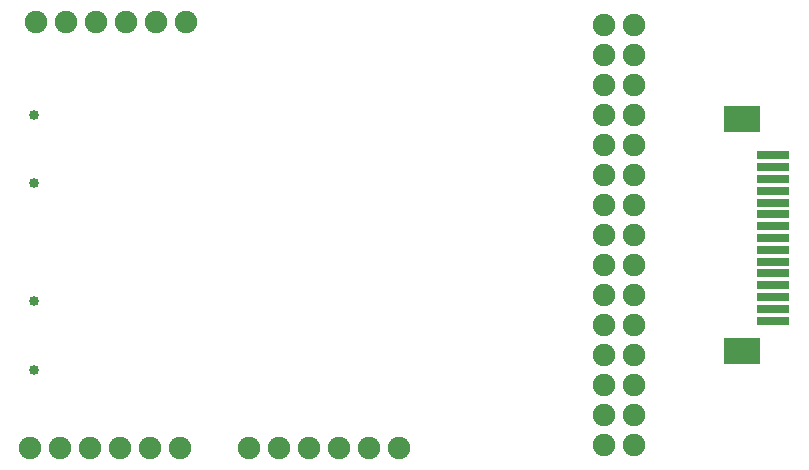
<source format=gbs>
%FSLAX46Y46*%
%MOMM*%
%AMPS12*
21,1,3.100000,2.200000,0.000000,0.000000,180.000000*
%
%ADD12PS12*%
%AMPS11*
21,1,2.740000,0.700000,0.000000,0.000000,180.000000*
%
%ADD11PS11*%
%AMPS13*
1,1,1.900000,0.000000,0.000000*
%
%ADD13PS13*%
%AMPS10*
1,1,1.900000,0.000000,0.000000*
%
%ADD10PS10*%
%AMPS15*
1,1,1.900000,0.000000,0.000000*
%
%ADD15PS15*%
%AMPS14*
1,1,0.850000,0.000000,0.000000*
%
%ADD14PS14*%
G01*
G01*
%LPD*%
G75*
D10*
X-54230000Y-18000000D03*
D10*
X-61850000Y-18000000D03*
D10*
X-59310000Y-18000000D03*
D10*
X-51690000Y-18000000D03*
D10*
X-56770000Y-18000000D03*
D10*
X-49150000Y-18000000D03*
D11*
X1000000Y1750000D03*
D11*
X1000000Y-7250000D03*
D11*
X1000000Y-5250000D03*
D11*
X1000000Y-6250000D03*
D11*
X1000000Y3750000D03*
D12*
X-1600000Y9799986D03*
D11*
X1000000Y6750000D03*
D12*
X-1600000Y-9800014D03*
D11*
X1000000Y750000D03*
D11*
X1000000Y-250000D03*
D11*
X1000000Y5750000D03*
D11*
X1000000Y-2250000D03*
D11*
X1000000Y-1250000D03*
D11*
X1000000Y2750000D03*
D11*
X1000000Y4750000D03*
D11*
X1000000Y-4250000D03*
D11*
X1000000Y-3250000D03*
D10*
X-53730000Y18000000D03*
D10*
X-61350000Y18000000D03*
D10*
X-58810000Y18000000D03*
D10*
X-51190000Y18000000D03*
D10*
X-56270000Y18000000D03*
D10*
X-48650000Y18000000D03*
D13*
X-10730000Y-17780000D03*
D13*
X-10730000Y-12700000D03*
D13*
X-10730000Y-7620000D03*
D13*
X-10730000Y15240000D03*
D13*
X-13270000Y-15240000D03*
D13*
X-13270000Y10160000D03*
D13*
X-13270000Y-7620000D03*
D13*
X-10730000Y-2540000D03*
D13*
X-10730000Y7620000D03*
D13*
X-10730000Y-5080000D03*
D13*
X-10730000Y5080000D03*
D13*
X-10730000Y-15240000D03*
D13*
X-13270000Y-2540000D03*
D13*
X-13270000Y17780000D03*
D13*
X-10730000Y17780000D03*
D13*
X-13270000Y12700000D03*
D13*
X-10730000Y2540000D03*
D13*
X-13270000Y7620000D03*
D13*
X-13270000Y-5080000D03*
D13*
X-10730000Y-10160000D03*
D13*
X-13270000Y2540000D03*
D13*
X-13270000Y-12700000D03*
D13*
X-10730000Y10160000D03*
D13*
X-13270000Y5080000D03*
D13*
X-13270000Y-10160000D03*
D13*
X-10730000Y0D03*
D13*
X-13270000Y0D03*
D13*
X-13270000Y-17780000D03*
D13*
X-13270000Y15240000D03*
D13*
X-10730000Y12700000D03*
D14*
X-61570000Y10140000D03*
D14*
X-61570000Y4360000D03*
D15*
X-38270000Y-18000000D03*
D15*
X-30650000Y-18000000D03*
D15*
X-33190000Y-18000000D03*
D15*
X-40810000Y-18000000D03*
D15*
X-35730000Y-18000000D03*
D15*
X-43350000Y-18000000D03*
D14*
X-61570000Y-5610000D03*
D14*
X-61570000Y-11390000D03*
M02*

</source>
